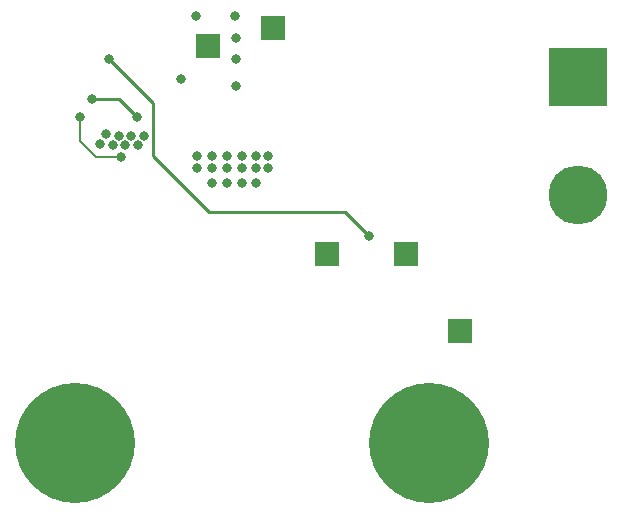
<source format=gbr>
%TF.GenerationSoftware,KiCad,Pcbnew,(6.0.8)*%
%TF.CreationDate,2023-02-10T11:33:07+01:00*%
%TF.ProjectId,power supply prototype,706f7765-7220-4737-9570-706c79207072,rev?*%
%TF.SameCoordinates,Original*%
%TF.FileFunction,Copper,L2,Inr*%
%TF.FilePolarity,Positive*%
%FSLAX46Y46*%
G04 Gerber Fmt 4.6, Leading zero omitted, Abs format (unit mm)*
G04 Created by KiCad (PCBNEW (6.0.8)) date 2023-02-10 11:33:07*
%MOMM*%
%LPD*%
G01*
G04 APERTURE LIST*
%TA.AperFunction,ComponentPad*%
%ADD10R,2.000000X2.000000*%
%TD*%
%TA.AperFunction,ComponentPad*%
%ADD11R,5.000000X5.000000*%
%TD*%
%TA.AperFunction,ComponentPad*%
%ADD12O,5.000000X5.000000*%
%TD*%
%TA.AperFunction,ComponentPad*%
%ADD13C,10.160000*%
%TD*%
%TA.AperFunction,ViaPad*%
%ADD14C,0.800000*%
%TD*%
%TA.AperFunction,Conductor*%
%ADD15C,0.200000*%
%TD*%
%TA.AperFunction,Conductor*%
%ADD16C,0.250000*%
%TD*%
G04 APERTURE END LIST*
D10*
%TO.N,/power supply/COMP*%
%TO.C,TP4*%
X134400000Y-78400000D03*
%TD*%
%TO.N,+BATT*%
%TO.C,TP1*%
X139900000Y-76900000D03*
%TD*%
%TO.N,Net-(L1-Pad2)*%
%TO.C,TP5*%
X144500000Y-96000000D03*
%TD*%
%TO.N,+5V*%
%TO.C,TP3*%
X155750000Y-102500000D03*
%TD*%
%TO.N,+5V*%
%TO.C,TP2*%
X151200000Y-96000000D03*
%TD*%
D11*
%TO.N,Net-(Drpp1-Pad2)*%
%TO.C,XT60_1*%
X165700000Y-81000000D03*
D12*
%TO.N,-BATT*%
X165700000Y-91000000D03*
%TD*%
D13*
%TO.N,-BATT*%
%TO.C,J1*%
X123130000Y-112000000D03*
%TO.N,+5V*%
X153100000Y-112000000D03*
%TD*%
D14*
%TO.N,-BATT*%
X138500000Y-90000000D03*
X126400000Y-86800000D03*
X136750000Y-79500000D03*
X138500000Y-88750000D03*
X128500000Y-86800000D03*
X136750000Y-77750000D03*
X134750000Y-90000000D03*
X137250000Y-88750000D03*
X134750000Y-88750000D03*
X126900000Y-86000000D03*
X133400000Y-75900000D03*
X139500000Y-87750000D03*
X133500000Y-88750000D03*
X136700000Y-75900000D03*
X136000000Y-88750000D03*
X139500000Y-88750000D03*
X136000000Y-90000000D03*
X129000000Y-86000000D03*
X137250000Y-87750000D03*
X134750000Y-87750000D03*
X133500000Y-87750000D03*
X125800000Y-85900000D03*
X127400000Y-86800000D03*
X125300000Y-86700000D03*
X138500000Y-87750000D03*
X137250000Y-90000000D03*
X132100000Y-81200000D03*
X136000000Y-87750000D03*
X136800000Y-81800000D03*
X127900000Y-86000000D03*
%TO.N,/power supply/LX*%
X127000000Y-87800000D03*
X123600000Y-84400000D03*
%TO.N,+5V*%
X126000000Y-79500000D03*
X148000000Y-94500000D03*
%TO.N,/power supply/RESET*%
X124600000Y-82900000D03*
X128399248Y-84454917D03*
%TD*%
D15*
%TO.N,/power supply/LX*%
X123600000Y-86489950D02*
X124910050Y-87800000D01*
X123600000Y-84400000D02*
X123600000Y-86489950D01*
X124910050Y-87800000D02*
X127000000Y-87800000D01*
D16*
%TO.N,+5V*%
X129750000Y-87750000D02*
X134500000Y-92500000D01*
X129750000Y-83250000D02*
X129750000Y-87750000D01*
X134500000Y-92500000D02*
X144250000Y-92500000D01*
X144250000Y-92500000D02*
X146000000Y-92500000D01*
X126000000Y-79500000D02*
X129750000Y-83250000D01*
X146000000Y-92500000D02*
X148000000Y-94500000D01*
%TO.N,/power supply/RESET*%
X126844331Y-82900000D02*
X124600000Y-82900000D01*
X128399248Y-84454917D02*
X126844331Y-82900000D01*
%TD*%
M02*

</source>
